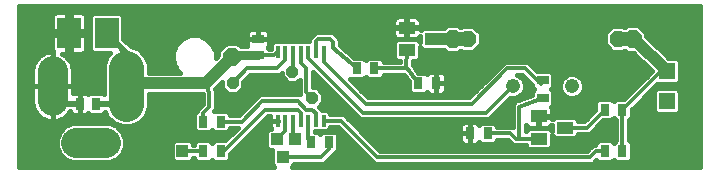
<source format=gbl>
G75*
%MOIN*%
%OFA0B0*%
%FSLAX24Y24*%
%IPPOS*%
%LPD*%
%AMOC8*
5,1,8,0,0,1.08239X$1,22.5*
%
%ADD10R,0.0551X0.0394*%
%ADD11OC8,0.0554*%
%ADD12C,0.0476*%
%ADD13R,0.0394X0.0315*%
%ADD14R,0.0315X0.0394*%
%ADD15R,0.0120X0.0390*%
%ADD16R,0.0554X0.0554*%
%ADD17R,0.0787X0.1024*%
%ADD18C,0.0984*%
%ADD19C,0.1181*%
%ADD20OC8,0.0560*%
%ADD21OC8,0.0600*%
%ADD22C,0.0118*%
%ADD23C,0.0394*%
%ADD24C,0.0472*%
%ADD25C,0.0197*%
%ADD26OC8,0.0591*%
%ADD27C,0.0315*%
%ADD28C,0.0157*%
%ADD29R,0.0475X0.0475*%
%ADD30C,0.0475*%
%ADD31R,0.0396X0.0396*%
%ADD32OC8,0.0396*%
D10*
X014889Y004332D03*
X015755Y004706D03*
X014889Y005080D03*
X019279Y002128D03*
X020145Y001754D03*
X019279Y001380D03*
D11*
X014062Y001734D03*
X009052Y002580D03*
X007733Y002580D03*
X014062Y004529D03*
D12*
X018416Y003131D03*
X020385Y003131D03*
D13*
X019416Y003328D03*
X019416Y002738D03*
X009928Y004155D03*
X009928Y004706D03*
D14*
X013216Y003722D03*
X013806Y003722D03*
X015263Y003230D03*
X015853Y003230D03*
X021483Y002344D03*
X022074Y002344D03*
X017586Y001557D03*
X016995Y001557D03*
X021483Y000966D03*
X022074Y000966D03*
X012290Y001261D03*
X011700Y001261D03*
X008688Y000966D03*
X008097Y000966D03*
X008097Y001950D03*
X008688Y001950D03*
X004534Y002541D03*
X003983Y002541D03*
D15*
X010578Y001983D03*
X010834Y001983D03*
X011090Y001983D03*
X011345Y001983D03*
X011601Y001983D03*
X011857Y001983D03*
X012113Y001983D03*
X012113Y004280D03*
X011857Y004280D03*
X011601Y004280D03*
X011345Y004280D03*
X011090Y004280D03*
X010834Y004280D03*
X010578Y004280D03*
D16*
X023550Y003631D03*
X023550Y002631D03*
D17*
X004889Y004903D03*
X003629Y004903D03*
D18*
X003078Y003624D02*
X003078Y002639D01*
X003865Y001242D02*
X004849Y001242D01*
D19*
X005538Y002541D02*
X005538Y003722D01*
D20*
X016916Y004706D03*
X021916Y004706D03*
D21*
X022416Y004706D03*
X016416Y004706D03*
D22*
X014889Y004332D02*
X014869Y003722D01*
X014908Y003722D01*
X015263Y003230D01*
X014869Y003722D02*
X013806Y003722D01*
X013216Y003722D02*
X012428Y004411D01*
X012428Y004608D01*
X012330Y004706D01*
X011936Y004706D01*
X011857Y004628D01*
X011857Y004280D01*
X011601Y004280D02*
X011601Y004057D01*
X013412Y002246D01*
X017531Y002246D01*
X018416Y003131D01*
X018826Y003722D02*
X019357Y003191D01*
X019416Y003328D01*
X018826Y003722D02*
X018235Y003722D01*
X017054Y002541D01*
X013511Y002541D01*
X012113Y003939D01*
X012113Y004280D01*
X011345Y004280D02*
X011345Y003919D01*
X011542Y003722D01*
X011542Y002935D01*
X011739Y002738D01*
X011542Y002344D02*
X011247Y002639D01*
X010066Y002639D01*
X009377Y001950D01*
X008688Y001950D01*
X008097Y001950D02*
X008097Y002246D01*
X008294Y002443D01*
X008294Y002915D01*
X008176Y003230D01*
X009082Y003230D02*
X009574Y003722D01*
X010558Y003722D01*
X010834Y003998D01*
X010834Y004280D01*
X011090Y004280D02*
X011090Y003584D01*
X011070Y003604D01*
X010453Y004155D02*
X009928Y004155D01*
X010453Y004155D02*
X010578Y004280D01*
X010164Y002344D02*
X008786Y000966D01*
X008688Y000966D01*
X008097Y000966D02*
X007408Y000966D01*
X010558Y001360D02*
X010834Y001635D01*
X010834Y001983D01*
X011090Y001983D02*
X011090Y001419D01*
X011149Y001360D01*
X011601Y001360D02*
X011700Y001261D01*
X011601Y001360D02*
X011601Y001983D01*
X011345Y001983D02*
X011345Y002246D01*
X011247Y002344D01*
X010164Y002344D01*
X011542Y002344D02*
X011739Y002344D01*
X011857Y002226D01*
X011857Y001983D01*
X012113Y001983D02*
X012691Y001983D01*
X013905Y000769D01*
X020991Y000769D01*
X021188Y000966D01*
X021483Y000966D01*
X022074Y000966D02*
X022074Y002344D01*
X023361Y003631D01*
X023550Y003631D01*
X019416Y002738D02*
X018629Y002443D01*
X018629Y001380D01*
X019279Y001380D01*
X018629Y001380D02*
X018511Y001380D01*
X018334Y001557D01*
X017586Y001557D01*
X020145Y001754D02*
X020893Y001754D01*
X021483Y002344D01*
X012290Y001261D02*
X012290Y001025D01*
X012034Y000769D01*
X010755Y000769D01*
D23*
X005538Y003131D02*
X005538Y003230D01*
X008176Y003230D01*
X009062Y004116D01*
X015755Y004706D02*
X016416Y004706D01*
X022416Y004706D02*
X022475Y004706D01*
X023550Y003631D01*
D24*
X022416Y004706D02*
X021916Y004706D01*
X016916Y004706D02*
X016416Y004706D01*
D25*
X005538Y004254D02*
X005538Y003131D01*
X005145Y002541D01*
X004534Y002541D01*
X003983Y002541D02*
X003471Y002541D01*
X003078Y003131D01*
X004889Y004903D02*
X005538Y004254D01*
D26*
X009062Y004116D03*
D27*
X009101Y004155D01*
X009928Y004155D01*
D28*
X001975Y005809D02*
X001975Y000454D01*
X010449Y000454D01*
X010398Y000505D01*
X010398Y001003D01*
X010294Y001003D01*
X010201Y001096D01*
X010201Y001624D01*
X010294Y001717D01*
X010352Y001717D01*
X010351Y001719D01*
X010339Y001764D01*
X010339Y001983D01*
X010578Y001983D01*
X010578Y001983D01*
X010339Y001983D01*
X010339Y002126D01*
X010255Y002126D01*
X009004Y000876D01*
X009004Y000704D01*
X008911Y000611D01*
X008465Y000611D01*
X008393Y000683D01*
X008321Y000611D01*
X007874Y000611D01*
X007781Y000704D01*
X007781Y000748D01*
X007765Y000748D01*
X007765Y000702D01*
X007672Y000609D01*
X007145Y000609D01*
X007052Y000702D01*
X007052Y001230D01*
X007145Y001323D01*
X007672Y001323D01*
X007765Y001230D01*
X007765Y001184D01*
X007781Y001184D01*
X007781Y001229D01*
X007874Y001322D01*
X008321Y001322D01*
X008393Y001250D01*
X008465Y001322D01*
X008834Y001322D01*
X009245Y001733D01*
X009004Y001733D01*
X009004Y001688D01*
X008911Y001595D01*
X008465Y001595D01*
X008393Y001667D01*
X008321Y001595D01*
X007874Y001595D01*
X007781Y001688D01*
X007781Y002213D01*
X007874Y002306D01*
X007880Y002306D01*
X007880Y002336D01*
X008076Y002533D01*
X008076Y002874D01*
X006288Y002874D01*
X006288Y002392D01*
X006174Y002117D01*
X005963Y001906D01*
X005687Y001792D01*
X005389Y001792D01*
X005114Y001906D01*
X004903Y002117D01*
X004840Y002268D01*
X004758Y002185D01*
X004311Y002185D01*
X004273Y002224D01*
X004250Y002201D01*
X004210Y002178D01*
X004164Y002165D01*
X003983Y002165D01*
X003983Y002541D01*
X003983Y002917D01*
X003802Y002917D01*
X003757Y002904D01*
X003749Y002900D01*
X003749Y003131D01*
X003511Y003131D01*
X003511Y003132D01*
X003749Y003132D01*
X003749Y003668D01*
X003737Y003755D01*
X003714Y003840D01*
X003681Y003921D01*
X003637Y003997D01*
X003583Y004067D01*
X003521Y004129D01*
X003451Y004183D01*
X003399Y004213D01*
X003550Y004213D01*
X003550Y004824D01*
X003708Y004824D01*
X003708Y004982D01*
X004201Y004982D01*
X004201Y005438D01*
X004189Y005484D01*
X004166Y005525D01*
X004132Y005558D01*
X004092Y005582D01*
X004046Y005594D01*
X003708Y005594D01*
X003708Y004982D01*
X003550Y004982D01*
X003550Y004824D01*
X003056Y004824D01*
X003056Y004368D01*
X003069Y004322D01*
X003085Y004294D01*
X003078Y004294D01*
X003078Y004155D01*
X003078Y004155D01*
X003078Y004294D01*
X003034Y004294D01*
X002947Y004283D01*
X002862Y004260D01*
X002780Y004227D01*
X002704Y004183D01*
X002634Y004129D01*
X002572Y004067D01*
X002519Y003997D01*
X002475Y003921D01*
X002441Y003840D01*
X002418Y003755D01*
X002407Y003668D01*
X002407Y003132D01*
X002645Y003132D01*
X002645Y003131D01*
X002407Y003131D01*
X002407Y002595D01*
X002418Y002508D01*
X002441Y002423D01*
X002475Y002342D01*
X002519Y002266D01*
X002572Y002196D01*
X002634Y002134D01*
X002704Y002080D01*
X002780Y002036D01*
X002862Y002003D01*
X002947Y001980D01*
X003034Y001969D01*
X003078Y001969D01*
X003122Y001969D01*
X003209Y001980D01*
X003294Y002003D01*
X003375Y002036D01*
X003451Y002080D01*
X003521Y002134D01*
X003583Y002196D01*
X003637Y002266D01*
X003654Y002295D01*
X003659Y002275D01*
X003683Y002234D01*
X003716Y002201D01*
X003757Y002178D01*
X003802Y002165D01*
X003983Y002165D01*
X003983Y002541D01*
X003983Y002541D01*
X003983Y002541D01*
X003983Y002917D01*
X004164Y002917D01*
X004210Y002904D01*
X004250Y002881D01*
X004273Y002858D01*
X004311Y002897D01*
X004758Y002897D01*
X004789Y002865D01*
X004789Y003871D01*
X004903Y004146D01*
X004989Y004233D01*
X004429Y004233D01*
X004336Y004326D01*
X004336Y005481D01*
X004429Y005574D01*
X005348Y005574D01*
X005441Y005481D01*
X005441Y004714D01*
X005684Y004472D01*
X005684Y004471D01*
X005687Y004471D01*
X005963Y004357D01*
X006174Y004146D01*
X006288Y003871D01*
X006288Y003586D01*
X007330Y003586D01*
X007201Y003714D01*
X007094Y003975D01*
X007094Y004257D01*
X007201Y004517D01*
X007401Y004717D01*
X007661Y004824D01*
X007943Y004824D01*
X008204Y004717D01*
X008403Y004517D01*
X008511Y004257D01*
X008511Y004067D01*
X008608Y004165D01*
X008608Y004304D01*
X008874Y004570D01*
X009250Y004570D01*
X009348Y004471D01*
X009570Y004471D01*
X009565Y004480D01*
X009553Y004525D01*
X009553Y004706D01*
X009928Y004706D01*
X009928Y004706D01*
X009553Y004706D01*
X009553Y004887D01*
X009565Y004933D01*
X009588Y004974D01*
X009622Y005007D01*
X009662Y005030D01*
X009708Y005043D01*
X009928Y005043D01*
X009928Y004706D01*
X009928Y004706D01*
X010304Y004706D01*
X010304Y004525D01*
X010292Y004480D01*
X010268Y004439D01*
X010246Y004417D01*
X010284Y004378D01*
X010284Y004373D01*
X010359Y004373D01*
X010359Y004541D01*
X010452Y004634D01*
X010704Y004634D01*
X010706Y004632D01*
X010708Y004634D01*
X010959Y004634D01*
X010962Y004632D01*
X010964Y004634D01*
X011215Y004634D01*
X011218Y004632D01*
X011220Y004634D01*
X011471Y004634D01*
X011473Y004632D01*
X011476Y004634D01*
X011639Y004634D01*
X011639Y004718D01*
X011718Y004797D01*
X011846Y004924D01*
X012420Y004924D01*
X012518Y004826D01*
X012646Y004698D01*
X012646Y004510D01*
X013140Y004078D01*
X013439Y004078D01*
X013511Y004006D01*
X013583Y004078D01*
X014029Y004078D01*
X014122Y003985D01*
X014122Y003940D01*
X014658Y003940D01*
X014659Y003977D01*
X014547Y003977D01*
X014454Y004070D01*
X014454Y004595D01*
X014547Y004688D01*
X015230Y004688D01*
X015321Y004597D01*
X015321Y004797D01*
X015307Y004774D01*
X015274Y004740D01*
X015233Y004717D01*
X015188Y004705D01*
X014908Y004705D01*
X014908Y005061D01*
X014869Y005061D01*
X014434Y005061D01*
X014434Y004860D01*
X014447Y004814D01*
X014470Y004774D01*
X014503Y004740D01*
X014544Y004717D01*
X014590Y004705D01*
X014869Y004705D01*
X014869Y005061D01*
X014869Y005100D01*
X014434Y005100D01*
X014434Y005301D01*
X014447Y005346D01*
X014470Y005387D01*
X014503Y005420D01*
X014544Y005444D01*
X014590Y005456D01*
X014869Y005456D01*
X014869Y005100D01*
X014908Y005100D01*
X014908Y005456D01*
X015188Y005456D01*
X015233Y005444D01*
X015274Y005420D01*
X015307Y005387D01*
X015331Y005346D01*
X015343Y005301D01*
X015343Y005100D01*
X014908Y005100D01*
X014908Y005061D01*
X015343Y005061D01*
X015343Y004991D01*
X015414Y005062D01*
X016123Y005062D01*
X016226Y005165D01*
X016606Y005165D01*
X016670Y005101D01*
X016691Y005101D01*
X016735Y005145D01*
X017098Y005145D01*
X017355Y004888D01*
X017355Y004525D01*
X017098Y004268D01*
X016735Y004268D01*
X016691Y004311D01*
X016670Y004311D01*
X016606Y004248D01*
X016226Y004248D01*
X016123Y004351D01*
X015414Y004351D01*
X015323Y004441D01*
X015323Y004070D01*
X015230Y003977D01*
X015095Y003977D01*
X015091Y003847D01*
X015126Y003812D01*
X015126Y003792D01*
X015275Y003586D01*
X015486Y003586D01*
X015546Y003525D01*
X015553Y003537D01*
X015586Y003570D01*
X015627Y003593D01*
X015672Y003606D01*
X015853Y003606D01*
X015853Y003230D01*
X015853Y003230D01*
X015853Y003230D01*
X015853Y002854D01*
X015672Y002854D01*
X015627Y002867D01*
X015586Y002890D01*
X015553Y002923D01*
X015546Y002935D01*
X015486Y002874D01*
X015040Y002874D01*
X014947Y002967D01*
X014947Y003296D01*
X014797Y003504D01*
X014122Y003504D01*
X014122Y003459D01*
X014029Y003366D01*
X013583Y003366D01*
X013511Y003439D01*
X013439Y003366D01*
X012993Y003366D01*
X013601Y002759D01*
X016964Y002759D01*
X018017Y003812D01*
X018145Y003940D01*
X018916Y003940D01*
X019211Y003645D01*
X019679Y003645D01*
X019772Y003552D01*
X019772Y003105D01*
X019700Y003033D01*
X019772Y002961D01*
X019772Y002515D01*
X019694Y002437D01*
X019697Y002434D01*
X019721Y002393D01*
X019733Y002348D01*
X019733Y002147D01*
X019298Y002147D01*
X019298Y002108D01*
X019298Y001752D01*
X019578Y001752D01*
X019623Y001764D01*
X019664Y001788D01*
X019697Y001821D01*
X019710Y001844D01*
X019710Y001645D01*
X019620Y001735D01*
X018937Y001735D01*
X018847Y001645D01*
X018847Y001844D01*
X018860Y001821D01*
X018893Y001788D01*
X018934Y001764D01*
X018979Y001752D01*
X019259Y001752D01*
X019259Y002108D01*
X019298Y002108D01*
X019733Y002108D01*
X019733Y002039D01*
X019803Y002109D01*
X020486Y002109D01*
X020579Y002016D01*
X020579Y001971D01*
X020803Y001971D01*
X021167Y002336D01*
X021167Y002607D01*
X021260Y002700D01*
X021706Y002700D01*
X021779Y002628D01*
X021851Y002700D01*
X022121Y002700D01*
X023050Y003629D01*
X022431Y004248D01*
X022226Y004248D01*
X022163Y004311D01*
X022142Y004311D01*
X022098Y004268D01*
X021735Y004268D01*
X021478Y004525D01*
X021478Y004888D01*
X021735Y005145D01*
X022098Y005145D01*
X022142Y005101D01*
X022163Y005101D01*
X022226Y005165D01*
X022606Y005165D01*
X022875Y004896D01*
X022875Y004809D01*
X023617Y004067D01*
X023893Y004067D01*
X023986Y003974D01*
X023986Y003289D01*
X023893Y003196D01*
X023233Y003196D01*
X022390Y002352D01*
X022390Y002081D01*
X022297Y001989D01*
X022292Y001989D01*
X022292Y001322D01*
X022297Y001322D01*
X022390Y001229D01*
X022390Y000704D01*
X022297Y000611D01*
X021851Y000611D01*
X021779Y000683D01*
X021706Y000611D01*
X021260Y000611D01*
X021200Y000670D01*
X021081Y000551D01*
X013814Y000551D01*
X013687Y000679D01*
X012601Y001765D01*
X012332Y001765D01*
X012332Y001722D01*
X012239Y001629D01*
X011987Y001629D01*
X011985Y001631D01*
X011983Y001629D01*
X011819Y001629D01*
X011819Y001617D01*
X011923Y001617D01*
X011995Y001545D01*
X012067Y001617D01*
X012514Y001617D01*
X012607Y001524D01*
X012607Y000999D01*
X012514Y000906D01*
X012479Y000906D01*
X012125Y000551D01*
X011112Y000551D01*
X011112Y000505D01*
X011061Y000454D01*
X024653Y000454D01*
X024653Y005809D01*
X001975Y005809D01*
X001975Y005794D02*
X024653Y005794D01*
X024653Y005638D02*
X001975Y005638D01*
X001975Y005482D02*
X003068Y005482D01*
X003069Y005484D02*
X003056Y005438D01*
X003056Y004982D01*
X003550Y004982D01*
X003550Y005594D01*
X003212Y005594D01*
X003166Y005582D01*
X003125Y005558D01*
X003092Y005525D01*
X003069Y005484D01*
X003056Y005326D02*
X001975Y005326D01*
X001975Y005170D02*
X003056Y005170D01*
X003056Y005014D02*
X001975Y005014D01*
X001975Y004858D02*
X003550Y004858D01*
X003708Y004858D02*
X004336Y004858D01*
X004201Y004824D02*
X003708Y004824D01*
X003708Y004213D01*
X004046Y004213D01*
X004092Y004225D01*
X004132Y004248D01*
X004166Y004282D01*
X004189Y004322D01*
X004201Y004368D01*
X004201Y004824D01*
X004201Y004702D02*
X004336Y004702D01*
X004336Y004546D02*
X004201Y004546D01*
X004201Y004390D02*
X004336Y004390D01*
X004428Y004234D02*
X004108Y004234D01*
X003708Y004234D02*
X003550Y004234D01*
X003572Y004078D02*
X004875Y004078D01*
X004810Y003922D02*
X003680Y003922D01*
X003734Y003766D02*
X004789Y003766D01*
X004789Y003610D02*
X003749Y003610D01*
X003749Y003454D02*
X004789Y003454D01*
X004789Y003298D02*
X003749Y003298D01*
X003749Y003142D02*
X004789Y003142D01*
X004789Y002986D02*
X003749Y002986D01*
X003983Y002830D02*
X003983Y002830D01*
X003983Y002674D02*
X003983Y002674D01*
X003983Y002518D02*
X003983Y002518D01*
X003983Y002362D02*
X003983Y002362D01*
X003983Y002206D02*
X003983Y002206D01*
X003711Y002206D02*
X003591Y002206D01*
X003078Y002108D02*
X003078Y001969D01*
X003078Y002108D01*
X003078Y002108D01*
X003078Y002051D02*
X003078Y002051D01*
X003400Y002051D02*
X004969Y002051D01*
X004979Y001893D02*
X005218Y001794D01*
X005401Y001610D01*
X005500Y001371D01*
X005500Y001112D01*
X005401Y000873D01*
X005218Y000690D01*
X004979Y000591D01*
X003736Y000591D01*
X003496Y000690D01*
X003313Y000873D01*
X003214Y001112D01*
X003214Y001371D01*
X003313Y001610D01*
X003496Y001794D01*
X003736Y001893D01*
X004979Y001893D01*
X005141Y001895D02*
X001975Y001895D01*
X001975Y002051D02*
X002756Y002051D01*
X002564Y002206D02*
X001975Y002206D01*
X001975Y002362D02*
X002466Y002362D01*
X002417Y002518D02*
X001975Y002518D01*
X001975Y002674D02*
X002407Y002674D01*
X002407Y002830D02*
X001975Y002830D01*
X001975Y002986D02*
X002407Y002986D01*
X002407Y003142D02*
X001975Y003142D01*
X001975Y003298D02*
X002407Y003298D01*
X002407Y003454D02*
X001975Y003454D01*
X001975Y003610D02*
X002407Y003610D01*
X002421Y003766D02*
X001975Y003766D01*
X001975Y003922D02*
X002476Y003922D01*
X002584Y004078D02*
X001975Y004078D01*
X001975Y004234D02*
X002799Y004234D01*
X003078Y004234D02*
X003078Y004234D01*
X003056Y004390D02*
X001975Y004390D01*
X001975Y004546D02*
X003056Y004546D01*
X003550Y004546D02*
X003708Y004546D01*
X003708Y004390D02*
X003550Y004390D01*
X003550Y004702D02*
X003708Y004702D01*
X003056Y004702D02*
X001975Y004702D01*
X003550Y005014D02*
X003708Y005014D01*
X003708Y005170D02*
X003550Y005170D01*
X004201Y005170D02*
X004336Y005170D01*
X004336Y005014D02*
X004201Y005014D01*
X004201Y005326D02*
X004336Y005326D01*
X004338Y005482D02*
X004190Y005482D01*
X003708Y005482D02*
X003550Y005482D01*
X003550Y005326D02*
X003708Y005326D01*
X005441Y005326D02*
X014441Y005326D01*
X014869Y005326D02*
X014908Y005326D01*
X015336Y005326D02*
X024653Y005326D01*
X024653Y005482D02*
X005440Y005482D01*
X005441Y005170D02*
X014434Y005170D01*
X014434Y005014D02*
X010222Y005014D01*
X010235Y005007D02*
X010194Y005030D01*
X010149Y005043D01*
X009928Y005043D01*
X009928Y004706D01*
X009928Y004706D01*
X010304Y004706D01*
X010304Y004887D01*
X010292Y004933D01*
X010268Y004974D01*
X010235Y005007D01*
X009928Y005014D02*
X009928Y005014D01*
X009634Y005014D02*
X005441Y005014D01*
X005441Y004858D02*
X009553Y004858D01*
X009928Y004858D02*
X009928Y004858D01*
X010304Y004858D02*
X011780Y004858D01*
X011639Y004702D02*
X010304Y004702D01*
X010304Y004546D02*
X010364Y004546D01*
X010359Y004390D02*
X010272Y004390D01*
X009553Y004546D02*
X009274Y004546D01*
X008850Y004546D02*
X008374Y004546D01*
X008456Y004390D02*
X008694Y004390D01*
X008608Y004234D02*
X008511Y004234D01*
X008511Y004078D02*
X008522Y004078D01*
X007180Y003766D02*
X006288Y003766D01*
X006266Y003922D02*
X007115Y003922D01*
X007094Y004078D02*
X006202Y004078D01*
X006086Y004234D02*
X007094Y004234D01*
X007149Y004390D02*
X005883Y004390D01*
X005609Y004546D02*
X007230Y004546D01*
X007386Y004702D02*
X005453Y004702D01*
X008218Y004702D02*
X009553Y004702D01*
X012486Y004858D02*
X014435Y004858D01*
X014869Y004858D02*
X014908Y004858D01*
X015321Y004702D02*
X012642Y004702D01*
X012646Y004546D02*
X014454Y004546D01*
X014454Y004390D02*
X012783Y004390D01*
X012961Y004234D02*
X014454Y004234D01*
X014454Y004078D02*
X013139Y004078D01*
X011760Y003590D02*
X013322Y002028D01*
X017621Y002028D01*
X017748Y002155D01*
X017748Y002155D01*
X018331Y002738D01*
X018337Y002735D01*
X018495Y002735D01*
X018641Y002795D01*
X018753Y002907D01*
X018813Y003053D01*
X018813Y003210D01*
X018753Y003356D01*
X018641Y003468D01*
X018553Y003504D01*
X018736Y003504D01*
X019061Y003179D01*
X019061Y003105D01*
X019133Y003033D01*
X019061Y002961D01*
X019061Y002837D01*
X018589Y002660D01*
X018539Y002660D01*
X018508Y002630D01*
X018468Y002615D01*
X018447Y002569D01*
X018411Y002533D01*
X018411Y002490D01*
X018393Y002451D01*
X018411Y002403D01*
X018411Y001774D01*
X017902Y001774D01*
X017902Y001819D01*
X017809Y001912D01*
X017362Y001912D01*
X017302Y001852D01*
X017296Y001863D01*
X017262Y001897D01*
X017222Y001920D01*
X017176Y001932D01*
X016995Y001932D01*
X016814Y001932D01*
X016769Y001920D01*
X016728Y001897D01*
X016695Y001863D01*
X016671Y001823D01*
X016659Y001777D01*
X016659Y001557D01*
X016995Y001557D01*
X016995Y001932D01*
X016995Y001557D01*
X016995Y001557D01*
X016995Y001557D01*
X016659Y001557D01*
X016659Y001336D01*
X016671Y001291D01*
X016695Y001250D01*
X016728Y001217D01*
X016769Y001193D01*
X016814Y001181D01*
X016995Y001181D01*
X016995Y001557D01*
X016995Y001557D01*
X016995Y001181D01*
X017176Y001181D01*
X017222Y001193D01*
X017262Y001217D01*
X017296Y001250D01*
X017302Y001261D01*
X017362Y001201D01*
X017809Y001201D01*
X017902Y001294D01*
X017902Y001339D01*
X018243Y001339D01*
X018421Y001162D01*
X018844Y001162D01*
X018844Y001117D01*
X018937Y001024D01*
X019620Y001024D01*
X019713Y001117D01*
X019713Y001488D01*
X019803Y001398D01*
X020486Y001398D01*
X020579Y001491D01*
X020579Y001536D01*
X020983Y001536D01*
X021436Y001989D01*
X021706Y001989D01*
X021779Y002061D01*
X021851Y001989D01*
X021856Y001989D01*
X021856Y001322D01*
X021851Y001322D01*
X021779Y001250D01*
X021706Y001322D01*
X021260Y001322D01*
X021167Y001229D01*
X021167Y001184D01*
X021098Y001184D01*
X020970Y001056D01*
X020901Y000987D01*
X013995Y000987D01*
X012781Y002201D01*
X012332Y002201D01*
X012332Y002244D01*
X012239Y002336D01*
X012055Y002336D01*
X011957Y002434D01*
X011949Y002443D01*
X012096Y002590D01*
X012096Y002886D01*
X011887Y003095D01*
X011760Y003095D01*
X011760Y003590D01*
X011760Y003454D02*
X011896Y003454D01*
X011325Y003354D02*
X011325Y002857D01*
X009976Y002857D01*
X009848Y002730D01*
X009287Y002168D01*
X009004Y002168D01*
X009004Y002213D01*
X008911Y002306D01*
X008466Y002306D01*
X008512Y002352D01*
X008512Y002868D01*
X008530Y002907D01*
X008512Y002954D01*
X008512Y003005D01*
X008483Y003034D01*
X008725Y003276D01*
X008725Y003082D01*
X008934Y002873D01*
X009230Y002873D01*
X009439Y003082D01*
X009439Y003279D01*
X009664Y003504D01*
X010648Y003504D01*
X010713Y003569D01*
X010713Y003456D01*
X010922Y003247D01*
X011218Y003247D01*
X011325Y003354D01*
X011325Y003298D02*
X011269Y003298D01*
X010871Y003298D02*
X009458Y003298D01*
X009439Y003142D02*
X011325Y003142D01*
X011760Y003142D02*
X012208Y003142D01*
X012052Y003298D02*
X011760Y003298D01*
X010715Y003454D02*
X009614Y003454D01*
X008725Y003142D02*
X008592Y003142D01*
X008512Y002986D02*
X008821Y002986D01*
X008512Y002830D02*
X009949Y002830D01*
X009343Y002986D02*
X011325Y002986D01*
X011995Y002986D02*
X012364Y002986D01*
X012520Y002830D02*
X012096Y002830D01*
X012096Y002674D02*
X012676Y002674D01*
X012832Y002518D02*
X012024Y002518D01*
X012029Y002362D02*
X012988Y002362D01*
X013144Y002206D02*
X012332Y002206D01*
X012931Y002051D02*
X013300Y002051D01*
X013087Y001895D02*
X016726Y001895D01*
X016995Y001895D02*
X016995Y001895D01*
X017264Y001895D02*
X017345Y001895D01*
X017643Y002051D02*
X018411Y002051D01*
X018411Y001895D02*
X017827Y001895D01*
X016995Y001739D02*
X016995Y001739D01*
X016659Y001739D02*
X013243Y001739D01*
X013399Y001583D02*
X016659Y001583D01*
X016995Y001583D02*
X016995Y001583D01*
X016995Y001427D02*
X016995Y001427D01*
X016659Y001427D02*
X013555Y001427D01*
X013711Y001271D02*
X016683Y001271D01*
X016995Y001271D02*
X016995Y001271D01*
X017878Y001271D02*
X018312Y001271D01*
X018847Y001115D02*
X013867Y001115D01*
X013407Y000959D02*
X012566Y000959D01*
X012607Y001115D02*
X013251Y001115D01*
X013095Y001271D02*
X012607Y001271D01*
X012607Y001427D02*
X012939Y001427D01*
X012783Y001583D02*
X012548Y001583D01*
X012627Y001739D02*
X012332Y001739D01*
X012033Y001583D02*
X011957Y001583D01*
X010346Y001739D02*
X009867Y001739D01*
X009711Y001583D02*
X010201Y001583D01*
X010201Y001427D02*
X009555Y001427D01*
X009399Y001271D02*
X010201Y001271D01*
X010201Y001115D02*
X009243Y001115D01*
X009087Y000959D02*
X010398Y000959D01*
X010398Y000803D02*
X009004Y000803D01*
X008947Y000647D02*
X010398Y000647D01*
X010413Y000491D02*
X001975Y000491D01*
X001975Y000647D02*
X003601Y000647D01*
X003384Y000803D02*
X001975Y000803D01*
X001975Y000959D02*
X003278Y000959D01*
X003214Y001115D02*
X001975Y001115D01*
X001975Y001271D02*
X003214Y001271D01*
X003237Y001427D02*
X001975Y001427D01*
X001975Y001583D02*
X003302Y001583D01*
X003442Y001739D02*
X001975Y001739D01*
X004256Y002206D02*
X004290Y002206D01*
X004779Y002206D02*
X004866Y002206D01*
X005936Y001895D02*
X007781Y001895D01*
X007781Y002051D02*
X006108Y002051D01*
X006211Y002206D02*
X007781Y002206D01*
X007906Y002362D02*
X006275Y002362D01*
X006288Y002518D02*
X008062Y002518D01*
X008512Y002518D02*
X009637Y002518D01*
X009793Y002674D02*
X008512Y002674D01*
X008076Y002674D02*
X006288Y002674D01*
X006288Y002830D02*
X008076Y002830D01*
X008512Y002362D02*
X009481Y002362D01*
X009325Y002206D02*
X009004Y002206D01*
X010023Y001895D02*
X010339Y001895D01*
X010339Y002051D02*
X010179Y002051D01*
X009095Y001583D02*
X005413Y001583D01*
X005273Y001739D02*
X007781Y001739D01*
X008939Y001427D02*
X005477Y001427D01*
X005500Y001271D02*
X007092Y001271D01*
X007725Y001271D02*
X007823Y001271D01*
X008372Y001271D02*
X008414Y001271D01*
X007052Y001115D02*
X005500Y001115D01*
X005437Y000959D02*
X007052Y000959D01*
X007052Y000803D02*
X005331Y000803D01*
X005114Y000647D02*
X007107Y000647D01*
X007710Y000647D02*
X007838Y000647D01*
X008357Y000647D02*
X008429Y000647D01*
X011097Y000491D02*
X024653Y000491D01*
X024653Y000647D02*
X022333Y000647D01*
X022390Y000803D02*
X024653Y000803D01*
X024653Y000959D02*
X022390Y000959D01*
X022390Y001115D02*
X024653Y001115D01*
X024653Y001271D02*
X022348Y001271D01*
X022292Y001427D02*
X024653Y001427D01*
X024653Y001583D02*
X022292Y001583D01*
X021856Y001583D02*
X021030Y001583D01*
X021186Y001739D02*
X021856Y001739D01*
X022292Y001739D02*
X024653Y001739D01*
X024653Y001895D02*
X022292Y001895D01*
X021856Y001895D02*
X021342Y001895D01*
X021769Y002051D02*
X021789Y002051D01*
X022359Y002051D02*
X024653Y002051D01*
X024653Y002206D02*
X023904Y002206D01*
X023893Y002196D02*
X023986Y002289D01*
X023986Y002974D01*
X023893Y003067D01*
X023207Y003067D01*
X023114Y002974D01*
X023114Y002289D01*
X023207Y002196D01*
X023893Y002196D01*
X023986Y002362D02*
X024653Y002362D01*
X024653Y002518D02*
X023986Y002518D01*
X023986Y002674D02*
X024653Y002674D01*
X024653Y002830D02*
X023986Y002830D01*
X023974Y002986D02*
X024653Y002986D01*
X024653Y003142D02*
X023180Y003142D01*
X022720Y003298D02*
X020745Y003298D01*
X020721Y003356D02*
X020781Y003210D01*
X020781Y003053D01*
X020721Y002907D01*
X020609Y002795D01*
X020464Y002735D01*
X020306Y002735D01*
X020160Y002795D01*
X020049Y002907D01*
X019988Y003053D01*
X019988Y003210D01*
X020049Y003356D01*
X020160Y003468D01*
X020306Y003528D01*
X020464Y003528D01*
X020609Y003468D01*
X020721Y003356D01*
X020623Y003454D02*
X022876Y003454D01*
X023032Y003610D02*
X019713Y003610D01*
X019772Y003454D02*
X020147Y003454D01*
X020025Y003298D02*
X019772Y003298D01*
X019772Y003142D02*
X019988Y003142D01*
X020016Y002986D02*
X019747Y002986D01*
X019772Y002830D02*
X020125Y002830D01*
X020645Y002830D02*
X022252Y002830D01*
X022408Y002986D02*
X020754Y002986D01*
X020781Y003142D02*
X022564Y003142D01*
X023024Y002986D02*
X023126Y002986D01*
X023114Y002830D02*
X022868Y002830D01*
X022712Y002674D02*
X023114Y002674D01*
X023114Y002518D02*
X022556Y002518D01*
X022400Y002362D02*
X023114Y002362D01*
X023196Y002206D02*
X022390Y002206D01*
X021167Y002362D02*
X019729Y002362D01*
X019733Y002206D02*
X021038Y002206D01*
X020882Y002051D02*
X020545Y002051D01*
X019745Y002051D02*
X019733Y002051D01*
X019298Y002051D02*
X019259Y002051D01*
X019259Y001895D02*
X019298Y001895D01*
X019710Y001739D02*
X018847Y001739D01*
X019713Y001427D02*
X019775Y001427D01*
X019713Y001271D02*
X021209Y001271D01*
X021758Y001271D02*
X021799Y001271D01*
X021856Y001427D02*
X020515Y001427D01*
X021028Y001115D02*
X019711Y001115D01*
X021177Y000647D02*
X021224Y000647D01*
X021743Y000647D02*
X021814Y000647D01*
X018411Y002206D02*
X017799Y002206D01*
X017955Y002362D02*
X018411Y002362D01*
X018411Y002518D02*
X018111Y002518D01*
X018267Y002674D02*
X018627Y002674D01*
X018676Y002830D02*
X019043Y002830D01*
X019086Y002986D02*
X018785Y002986D01*
X018813Y003142D02*
X019061Y003142D01*
X018941Y003298D02*
X018776Y003298D01*
X018785Y003454D02*
X018654Y003454D01*
X017815Y003610D02*
X015257Y003610D01*
X014833Y003454D02*
X014117Y003454D01*
X014945Y003298D02*
X013061Y003298D01*
X013217Y003142D02*
X014947Y003142D01*
X014947Y002986D02*
X013373Y002986D01*
X013529Y002830D02*
X017036Y002830D01*
X017192Y002986D02*
X016183Y002986D01*
X016177Y002964D02*
X016190Y003010D01*
X016190Y003230D01*
X016190Y003450D01*
X016177Y003496D01*
X016154Y003537D01*
X016121Y003570D01*
X016080Y003593D01*
X016034Y003606D01*
X015853Y003606D01*
X015853Y003230D01*
X015853Y002854D01*
X016034Y002854D01*
X016080Y002867D01*
X016121Y002890D01*
X016154Y002923D01*
X016177Y002964D01*
X015853Y002986D02*
X015853Y002986D01*
X015853Y003142D02*
X015853Y003142D01*
X015853Y003230D02*
X015853Y003230D01*
X016190Y003230D01*
X015853Y003230D01*
X015853Y003298D02*
X015853Y003298D01*
X016190Y003298D02*
X017504Y003298D01*
X017348Y003142D02*
X016190Y003142D01*
X016188Y003454D02*
X017660Y003454D01*
X017971Y003766D02*
X015145Y003766D01*
X015093Y003922D02*
X018127Y003922D01*
X018934Y003922D02*
X022757Y003922D01*
X022913Y003766D02*
X019090Y003766D01*
X017221Y004390D02*
X021612Y004390D01*
X021478Y004546D02*
X017355Y004546D01*
X017355Y004702D02*
X021478Y004702D01*
X021478Y004858D02*
X017355Y004858D01*
X017229Y005014D02*
X021604Y005014D01*
X022757Y005014D02*
X024653Y005014D01*
X024653Y005170D02*
X015343Y005170D01*
X015343Y005014D02*
X015366Y005014D01*
X014908Y005014D02*
X014869Y005014D01*
X014869Y005170D02*
X014908Y005170D01*
X015323Y004390D02*
X015374Y004390D01*
X015323Y004234D02*
X022445Y004234D01*
X022601Y004078D02*
X015323Y004078D01*
X015853Y003454D02*
X015853Y003454D01*
X019772Y002674D02*
X021235Y002674D01*
X021167Y002518D02*
X019772Y002518D01*
X021732Y002674D02*
X021825Y002674D01*
X023986Y003298D02*
X024653Y003298D01*
X024653Y003454D02*
X023986Y003454D01*
X023986Y003610D02*
X024653Y003610D01*
X024653Y003766D02*
X023986Y003766D01*
X023986Y003922D02*
X024653Y003922D01*
X024653Y004078D02*
X023606Y004078D01*
X023450Y004234D02*
X024653Y004234D01*
X024653Y004390D02*
X023294Y004390D01*
X023138Y004546D02*
X024653Y004546D01*
X024653Y004702D02*
X022982Y004702D01*
X022875Y004858D02*
X024653Y004858D01*
X013563Y000803D02*
X012376Y000803D01*
X012220Y000647D02*
X013719Y000647D01*
X007305Y003610D02*
X006288Y003610D01*
D29*
X005676Y005277D03*
D30*
X010460Y005277D03*
D31*
X010558Y001360D03*
X011149Y001360D03*
X010755Y000769D03*
X007408Y000966D03*
D32*
X011739Y002738D03*
X009082Y003230D03*
X011070Y003604D03*
M02*

</source>
